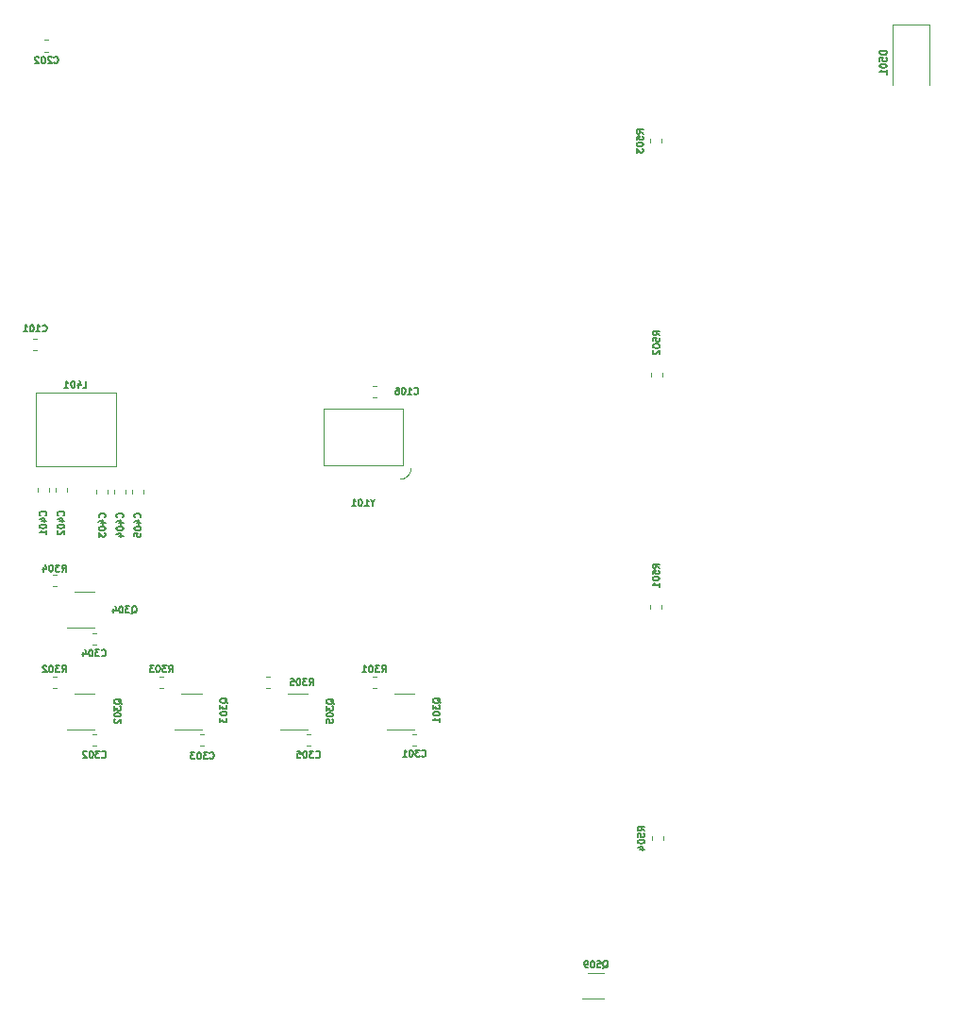
<source format=gbo>
%TF.GenerationSoftware,KiCad,Pcbnew,(5.1.5)-2*%
%TF.CreationDate,2019-12-28T19:20:09-08:00*%
%TF.ProjectId,20191222_Projects_Mainboard_A0,32303139-3132-4323-925f-50726f6a6563,A3*%
%TF.SameCoordinates,PX2191c00PY7534e20*%
%TF.FileFunction,Legend,Bot*%
%TF.FilePolarity,Positive*%
%FSLAX46Y46*%
G04 Gerber Fmt 4.6, Leading zero omitted, Abs format (unit mm)*
G04 Created by KiCad (PCBNEW (5.1.5)-2) date 2019-12-28 19:20:09*
%MOMM*%
%LPD*%
G04 APERTURE LIST*
%ADD10C,0.120000*%
%ADD11C,0.150000*%
G04 APERTURE END LIST*
D10*
X3946267Y37790000D02*
X3603733Y37790000D01*
X3946267Y38810000D02*
X3603733Y38810000D01*
X4628733Y65610000D02*
X4971267Y65610000D01*
X4628733Y64590000D02*
X4971267Y64590000D01*
X37971267Y3310000D02*
X37628733Y3310000D01*
X37971267Y2290000D02*
X37628733Y2290000D01*
X9271267Y2290000D02*
X8928733Y2290000D01*
X9271267Y3310000D02*
X8928733Y3310000D01*
X18871267Y3310000D02*
X18528733Y3310000D01*
X18871267Y2290000D02*
X18528733Y2290000D01*
X9271267Y11390000D02*
X8928733Y11390000D01*
X9271267Y12410000D02*
X8928733Y12410000D01*
X28471267Y3310000D02*
X28128733Y3310000D01*
X28471267Y2290000D02*
X28128733Y2290000D01*
X5010000Y25471267D02*
X5010000Y25128733D01*
X3990000Y25471267D02*
X3990000Y25128733D01*
X5590000Y25471267D02*
X5590000Y25128733D01*
X6610000Y25471267D02*
X6610000Y25128733D01*
X9290000Y25271267D02*
X9290000Y24928733D01*
X10310000Y25271267D02*
X10310000Y24928733D01*
X11910000Y25271267D02*
X11910000Y24928733D01*
X10890000Y25271267D02*
X10890000Y24928733D01*
X12490000Y25271267D02*
X12490000Y24928733D01*
X13510000Y25271267D02*
X13510000Y24928733D01*
X80750000Y67000000D02*
X80750000Y61600000D01*
X84050000Y67000000D02*
X84050000Y61600000D01*
X80750000Y67000000D02*
X84050000Y67000000D01*
X3800000Y27400000D02*
X11000000Y27400000D01*
X11000000Y27400000D02*
X11000000Y34000000D01*
X11000000Y34000000D02*
X3800000Y34000000D01*
X3800000Y34000000D02*
X3800000Y27500000D01*
X3800000Y27500000D02*
X3800000Y27400000D01*
X37800000Y3790000D02*
X35350000Y3790000D01*
X36000000Y7010000D02*
X37800000Y7010000D01*
X7300000Y7010000D02*
X9100000Y7010000D01*
X9100000Y3790000D02*
X6650000Y3790000D01*
X18700000Y3790000D02*
X16250000Y3790000D01*
X16900000Y7010000D02*
X18700000Y7010000D01*
X7300000Y16110000D02*
X9100000Y16110000D01*
X9100000Y12890000D02*
X6650000Y12890000D01*
X26450000Y7010000D02*
X28250000Y7010000D01*
X28250000Y3790000D02*
X25800000Y3790000D01*
X53400000Y-18090000D02*
X54800000Y-18090000D01*
X54800000Y-20410000D02*
X52900000Y-20410000D01*
X34371267Y8510000D02*
X34028733Y8510000D01*
X34371267Y7490000D02*
X34028733Y7490000D01*
X5671267Y8510000D02*
X5328733Y8510000D01*
X5671267Y7490000D02*
X5328733Y7490000D01*
X15271267Y7490000D02*
X14928733Y7490000D01*
X15271267Y8510000D02*
X14928733Y8510000D01*
X5671267Y17610000D02*
X5328733Y17610000D01*
X5671267Y16590000D02*
X5328733Y16590000D01*
X24871267Y8510000D02*
X24528733Y8510000D01*
X24871267Y7490000D02*
X24528733Y7490000D01*
X60010000Y14971267D02*
X60010000Y14628733D01*
X58990000Y14971267D02*
X58990000Y14628733D01*
X60060000Y35771267D02*
X60060000Y35428733D01*
X59040000Y35771267D02*
X59040000Y35428733D01*
X58990000Y56721267D02*
X58990000Y56378733D01*
X60010000Y56721267D02*
X60010000Y56378733D01*
X59090000Y-5828733D02*
X59090000Y-6171267D01*
X60110000Y-5828733D02*
X60110000Y-6171267D01*
X34396267Y34610000D02*
X34053733Y34610000D01*
X34396267Y33590000D02*
X34053733Y33590000D01*
X36756000Y32540000D02*
X36756000Y27460000D01*
X36756000Y27460000D02*
X29644000Y27460000D01*
X29644000Y27460000D02*
X29644000Y32540000D01*
X29644000Y32540000D02*
X36756000Y32540000D01*
X36502000Y26190000D02*
G75*
G03X37518000Y27206000I0J1016000D01*
G01*
D11*
X4446428Y39515715D02*
X4475000Y39487143D01*
X4560714Y39458572D01*
X4617857Y39458572D01*
X4703571Y39487143D01*
X4760714Y39544286D01*
X4789285Y39601429D01*
X4817857Y39715715D01*
X4817857Y39801429D01*
X4789285Y39915715D01*
X4760714Y39972858D01*
X4703571Y40030000D01*
X4617857Y40058572D01*
X4560714Y40058572D01*
X4475000Y40030000D01*
X4446428Y40001429D01*
X3875000Y39458572D02*
X4217857Y39458572D01*
X4046428Y39458572D02*
X4046428Y40058572D01*
X4103571Y39972858D01*
X4160714Y39915715D01*
X4217857Y39887143D01*
X3503571Y40058572D02*
X3446428Y40058572D01*
X3389285Y40030000D01*
X3360714Y40001429D01*
X3332142Y39944286D01*
X3303571Y39830000D01*
X3303571Y39687143D01*
X3332142Y39572858D01*
X3360714Y39515715D01*
X3389285Y39487143D01*
X3446428Y39458572D01*
X3503571Y39458572D01*
X3560714Y39487143D01*
X3589285Y39515715D01*
X3617857Y39572858D01*
X3646428Y39687143D01*
X3646428Y39830000D01*
X3617857Y39944286D01*
X3589285Y40001429D01*
X3560714Y40030000D01*
X3503571Y40058572D01*
X2732142Y39458572D02*
X3075000Y39458572D01*
X2903571Y39458572D02*
X2903571Y40058572D01*
X2960714Y39972858D01*
X3017857Y39915715D01*
X3075000Y39887143D01*
X5471428Y63585715D02*
X5500000Y63557143D01*
X5585714Y63528572D01*
X5642857Y63528572D01*
X5728571Y63557143D01*
X5785714Y63614286D01*
X5814285Y63671429D01*
X5842857Y63785715D01*
X5842857Y63871429D01*
X5814285Y63985715D01*
X5785714Y64042858D01*
X5728571Y64100000D01*
X5642857Y64128572D01*
X5585714Y64128572D01*
X5500000Y64100000D01*
X5471428Y64071429D01*
X5242857Y64071429D02*
X5214285Y64100000D01*
X5157142Y64128572D01*
X5014285Y64128572D01*
X4957142Y64100000D01*
X4928571Y64071429D01*
X4900000Y64014286D01*
X4900000Y63957143D01*
X4928571Y63871429D01*
X5271428Y63528572D01*
X4900000Y63528572D01*
X4528571Y64128572D02*
X4471428Y64128572D01*
X4414285Y64100000D01*
X4385714Y64071429D01*
X4357142Y64014286D01*
X4328571Y63900000D01*
X4328571Y63757143D01*
X4357142Y63642858D01*
X4385714Y63585715D01*
X4414285Y63557143D01*
X4471428Y63528572D01*
X4528571Y63528572D01*
X4585714Y63557143D01*
X4614285Y63585715D01*
X4642857Y63642858D01*
X4671428Y63757143D01*
X4671428Y63900000D01*
X4642857Y64014286D01*
X4614285Y64071429D01*
X4585714Y64100000D01*
X4528571Y64128572D01*
X4100000Y64071429D02*
X4071428Y64100000D01*
X4014285Y64128572D01*
X3871428Y64128572D01*
X3814285Y64100000D01*
X3785714Y64071429D01*
X3757142Y64014286D01*
X3757142Y63957143D01*
X3785714Y63871429D01*
X4128571Y63528572D01*
X3757142Y63528572D01*
X38471428Y1385715D02*
X38500000Y1357143D01*
X38585714Y1328572D01*
X38642857Y1328572D01*
X38728571Y1357143D01*
X38785714Y1414286D01*
X38814285Y1471429D01*
X38842857Y1585715D01*
X38842857Y1671429D01*
X38814285Y1785715D01*
X38785714Y1842858D01*
X38728571Y1900000D01*
X38642857Y1928572D01*
X38585714Y1928572D01*
X38500000Y1900000D01*
X38471428Y1871429D01*
X38271428Y1928572D02*
X37900000Y1928572D01*
X38100000Y1700000D01*
X38014285Y1700000D01*
X37957142Y1671429D01*
X37928571Y1642858D01*
X37900000Y1585715D01*
X37900000Y1442858D01*
X37928571Y1385715D01*
X37957142Y1357143D01*
X38014285Y1328572D01*
X38185714Y1328572D01*
X38242857Y1357143D01*
X38271428Y1385715D01*
X37528571Y1928572D02*
X37471428Y1928572D01*
X37414285Y1900000D01*
X37385714Y1871429D01*
X37357142Y1814286D01*
X37328571Y1700000D01*
X37328571Y1557143D01*
X37357142Y1442858D01*
X37385714Y1385715D01*
X37414285Y1357143D01*
X37471428Y1328572D01*
X37528571Y1328572D01*
X37585714Y1357143D01*
X37614285Y1385715D01*
X37642857Y1442858D01*
X37671428Y1557143D01*
X37671428Y1700000D01*
X37642857Y1814286D01*
X37614285Y1871429D01*
X37585714Y1900000D01*
X37528571Y1928572D01*
X36757142Y1328572D02*
X37100000Y1328572D01*
X36928571Y1328572D02*
X36928571Y1928572D01*
X36985714Y1842858D01*
X37042857Y1785715D01*
X37100000Y1757143D01*
X9771428Y1285715D02*
X9800000Y1257143D01*
X9885714Y1228572D01*
X9942857Y1228572D01*
X10028571Y1257143D01*
X10085714Y1314286D01*
X10114285Y1371429D01*
X10142857Y1485715D01*
X10142857Y1571429D01*
X10114285Y1685715D01*
X10085714Y1742858D01*
X10028571Y1800000D01*
X9942857Y1828572D01*
X9885714Y1828572D01*
X9800000Y1800000D01*
X9771428Y1771429D01*
X9571428Y1828572D02*
X9200000Y1828572D01*
X9400000Y1600000D01*
X9314285Y1600000D01*
X9257142Y1571429D01*
X9228571Y1542858D01*
X9200000Y1485715D01*
X9200000Y1342858D01*
X9228571Y1285715D01*
X9257142Y1257143D01*
X9314285Y1228572D01*
X9485714Y1228572D01*
X9542857Y1257143D01*
X9571428Y1285715D01*
X8828571Y1828572D02*
X8771428Y1828572D01*
X8714285Y1800000D01*
X8685714Y1771429D01*
X8657142Y1714286D01*
X8628571Y1600000D01*
X8628571Y1457143D01*
X8657142Y1342858D01*
X8685714Y1285715D01*
X8714285Y1257143D01*
X8771428Y1228572D01*
X8828571Y1228572D01*
X8885714Y1257143D01*
X8914285Y1285715D01*
X8942857Y1342858D01*
X8971428Y1457143D01*
X8971428Y1600000D01*
X8942857Y1714286D01*
X8914285Y1771429D01*
X8885714Y1800000D01*
X8828571Y1828572D01*
X8400000Y1771429D02*
X8371428Y1800000D01*
X8314285Y1828572D01*
X8171428Y1828572D01*
X8114285Y1800000D01*
X8085714Y1771429D01*
X8057142Y1714286D01*
X8057142Y1657143D01*
X8085714Y1571429D01*
X8428571Y1228572D01*
X8057142Y1228572D01*
X19446428Y1185715D02*
X19475000Y1157143D01*
X19560714Y1128572D01*
X19617857Y1128572D01*
X19703571Y1157143D01*
X19760714Y1214286D01*
X19789285Y1271429D01*
X19817857Y1385715D01*
X19817857Y1471429D01*
X19789285Y1585715D01*
X19760714Y1642858D01*
X19703571Y1700000D01*
X19617857Y1728572D01*
X19560714Y1728572D01*
X19475000Y1700000D01*
X19446428Y1671429D01*
X19246428Y1728572D02*
X18875000Y1728572D01*
X19075000Y1500000D01*
X18989285Y1500000D01*
X18932142Y1471429D01*
X18903571Y1442858D01*
X18875000Y1385715D01*
X18875000Y1242858D01*
X18903571Y1185715D01*
X18932142Y1157143D01*
X18989285Y1128572D01*
X19160714Y1128572D01*
X19217857Y1157143D01*
X19246428Y1185715D01*
X18503571Y1728572D02*
X18446428Y1728572D01*
X18389285Y1700000D01*
X18360714Y1671429D01*
X18332142Y1614286D01*
X18303571Y1500000D01*
X18303571Y1357143D01*
X18332142Y1242858D01*
X18360714Y1185715D01*
X18389285Y1157143D01*
X18446428Y1128572D01*
X18503571Y1128572D01*
X18560714Y1157143D01*
X18589285Y1185715D01*
X18617857Y1242858D01*
X18646428Y1357143D01*
X18646428Y1500000D01*
X18617857Y1614286D01*
X18589285Y1671429D01*
X18560714Y1700000D01*
X18503571Y1728572D01*
X18103571Y1728572D02*
X17732142Y1728572D01*
X17932142Y1500000D01*
X17846428Y1500000D01*
X17789285Y1471429D01*
X17760714Y1442858D01*
X17732142Y1385715D01*
X17732142Y1242858D01*
X17760714Y1185715D01*
X17789285Y1157143D01*
X17846428Y1128572D01*
X18017857Y1128572D01*
X18075000Y1157143D01*
X18103571Y1185715D01*
X9746428Y10385715D02*
X9775000Y10357143D01*
X9860714Y10328572D01*
X9917857Y10328572D01*
X10003571Y10357143D01*
X10060714Y10414286D01*
X10089285Y10471429D01*
X10117857Y10585715D01*
X10117857Y10671429D01*
X10089285Y10785715D01*
X10060714Y10842858D01*
X10003571Y10900000D01*
X9917857Y10928572D01*
X9860714Y10928572D01*
X9775000Y10900000D01*
X9746428Y10871429D01*
X9546428Y10928572D02*
X9175000Y10928572D01*
X9375000Y10700000D01*
X9289285Y10700000D01*
X9232142Y10671429D01*
X9203571Y10642858D01*
X9175000Y10585715D01*
X9175000Y10442858D01*
X9203571Y10385715D01*
X9232142Y10357143D01*
X9289285Y10328572D01*
X9460714Y10328572D01*
X9517857Y10357143D01*
X9546428Y10385715D01*
X8803571Y10928572D02*
X8746428Y10928572D01*
X8689285Y10900000D01*
X8660714Y10871429D01*
X8632142Y10814286D01*
X8603571Y10700000D01*
X8603571Y10557143D01*
X8632142Y10442858D01*
X8660714Y10385715D01*
X8689285Y10357143D01*
X8746428Y10328572D01*
X8803571Y10328572D01*
X8860714Y10357143D01*
X8889285Y10385715D01*
X8917857Y10442858D01*
X8946428Y10557143D01*
X8946428Y10700000D01*
X8917857Y10814286D01*
X8889285Y10871429D01*
X8860714Y10900000D01*
X8803571Y10928572D01*
X8089285Y10728572D02*
X8089285Y10328572D01*
X8232142Y10957143D02*
X8375000Y10528572D01*
X8003571Y10528572D01*
X28971428Y1285715D02*
X29000000Y1257143D01*
X29085714Y1228572D01*
X29142857Y1228572D01*
X29228571Y1257143D01*
X29285714Y1314286D01*
X29314285Y1371429D01*
X29342857Y1485715D01*
X29342857Y1571429D01*
X29314285Y1685715D01*
X29285714Y1742858D01*
X29228571Y1800000D01*
X29142857Y1828572D01*
X29085714Y1828572D01*
X29000000Y1800000D01*
X28971428Y1771429D01*
X28771428Y1828572D02*
X28400000Y1828572D01*
X28600000Y1600000D01*
X28514285Y1600000D01*
X28457142Y1571429D01*
X28428571Y1542858D01*
X28400000Y1485715D01*
X28400000Y1342858D01*
X28428571Y1285715D01*
X28457142Y1257143D01*
X28514285Y1228572D01*
X28685714Y1228572D01*
X28742857Y1257143D01*
X28771428Y1285715D01*
X28028571Y1828572D02*
X27971428Y1828572D01*
X27914285Y1800000D01*
X27885714Y1771429D01*
X27857142Y1714286D01*
X27828571Y1600000D01*
X27828571Y1457143D01*
X27857142Y1342858D01*
X27885714Y1285715D01*
X27914285Y1257143D01*
X27971428Y1228572D01*
X28028571Y1228572D01*
X28085714Y1257143D01*
X28114285Y1285715D01*
X28142857Y1342858D01*
X28171428Y1457143D01*
X28171428Y1600000D01*
X28142857Y1714286D01*
X28114285Y1771429D01*
X28085714Y1800000D01*
X28028571Y1828572D01*
X27285714Y1828572D02*
X27571428Y1828572D01*
X27600000Y1542858D01*
X27571428Y1571429D01*
X27514285Y1600000D01*
X27371428Y1600000D01*
X27314285Y1571429D01*
X27285714Y1542858D01*
X27257142Y1485715D01*
X27257142Y1342858D01*
X27285714Y1285715D01*
X27314285Y1257143D01*
X27371428Y1228572D01*
X27514285Y1228572D01*
X27571428Y1257143D01*
X27600000Y1285715D01*
X4714285Y22971429D02*
X4742857Y23000000D01*
X4771428Y23085715D01*
X4771428Y23142858D01*
X4742857Y23228572D01*
X4685714Y23285715D01*
X4628571Y23314286D01*
X4514285Y23342858D01*
X4428571Y23342858D01*
X4314285Y23314286D01*
X4257142Y23285715D01*
X4200000Y23228572D01*
X4171428Y23142858D01*
X4171428Y23085715D01*
X4200000Y23000000D01*
X4228571Y22971429D01*
X4371428Y22457143D02*
X4771428Y22457143D01*
X4142857Y22600000D02*
X4571428Y22742858D01*
X4571428Y22371429D01*
X4171428Y22028572D02*
X4171428Y21971429D01*
X4200000Y21914286D01*
X4228571Y21885715D01*
X4285714Y21857143D01*
X4400000Y21828572D01*
X4542857Y21828572D01*
X4657142Y21857143D01*
X4714285Y21885715D01*
X4742857Y21914286D01*
X4771428Y21971429D01*
X4771428Y22028572D01*
X4742857Y22085715D01*
X4714285Y22114286D01*
X4657142Y22142858D01*
X4542857Y22171429D01*
X4400000Y22171429D01*
X4285714Y22142858D01*
X4228571Y22114286D01*
X4200000Y22085715D01*
X4171428Y22028572D01*
X4771428Y21257143D02*
X4771428Y21600000D01*
X4771428Y21428572D02*
X4171428Y21428572D01*
X4257142Y21485715D01*
X4314285Y21542858D01*
X4342857Y21600000D01*
X6314285Y22971429D02*
X6342857Y23000000D01*
X6371428Y23085715D01*
X6371428Y23142858D01*
X6342857Y23228572D01*
X6285714Y23285715D01*
X6228571Y23314286D01*
X6114285Y23342858D01*
X6028571Y23342858D01*
X5914285Y23314286D01*
X5857142Y23285715D01*
X5800000Y23228572D01*
X5771428Y23142858D01*
X5771428Y23085715D01*
X5800000Y23000000D01*
X5828571Y22971429D01*
X5971428Y22457143D02*
X6371428Y22457143D01*
X5742857Y22600000D02*
X6171428Y22742858D01*
X6171428Y22371429D01*
X5771428Y22028572D02*
X5771428Y21971429D01*
X5800000Y21914286D01*
X5828571Y21885715D01*
X5885714Y21857143D01*
X6000000Y21828572D01*
X6142857Y21828572D01*
X6257142Y21857143D01*
X6314285Y21885715D01*
X6342857Y21914286D01*
X6371428Y21971429D01*
X6371428Y22028572D01*
X6342857Y22085715D01*
X6314285Y22114286D01*
X6257142Y22142858D01*
X6142857Y22171429D01*
X6000000Y22171429D01*
X5885714Y22142858D01*
X5828571Y22114286D01*
X5800000Y22085715D01*
X5771428Y22028572D01*
X5828571Y21600000D02*
X5800000Y21571429D01*
X5771428Y21514286D01*
X5771428Y21371429D01*
X5800000Y21314286D01*
X5828571Y21285715D01*
X5885714Y21257143D01*
X5942857Y21257143D01*
X6028571Y21285715D01*
X6371428Y21628572D01*
X6371428Y21257143D01*
X10014285Y22771429D02*
X10042857Y22800000D01*
X10071428Y22885715D01*
X10071428Y22942858D01*
X10042857Y23028572D01*
X9985714Y23085715D01*
X9928571Y23114286D01*
X9814285Y23142858D01*
X9728571Y23142858D01*
X9614285Y23114286D01*
X9557142Y23085715D01*
X9500000Y23028572D01*
X9471428Y22942858D01*
X9471428Y22885715D01*
X9500000Y22800000D01*
X9528571Y22771429D01*
X9671428Y22257143D02*
X10071428Y22257143D01*
X9442857Y22400000D02*
X9871428Y22542858D01*
X9871428Y22171429D01*
X9471428Y21828572D02*
X9471428Y21771429D01*
X9500000Y21714286D01*
X9528571Y21685715D01*
X9585714Y21657143D01*
X9700000Y21628572D01*
X9842857Y21628572D01*
X9957142Y21657143D01*
X10014285Y21685715D01*
X10042857Y21714286D01*
X10071428Y21771429D01*
X10071428Y21828572D01*
X10042857Y21885715D01*
X10014285Y21914286D01*
X9957142Y21942858D01*
X9842857Y21971429D01*
X9700000Y21971429D01*
X9585714Y21942858D01*
X9528571Y21914286D01*
X9500000Y21885715D01*
X9471428Y21828572D01*
X9471428Y21428572D02*
X9471428Y21057143D01*
X9700000Y21257143D01*
X9700000Y21171429D01*
X9728571Y21114286D01*
X9757142Y21085715D01*
X9814285Y21057143D01*
X9957142Y21057143D01*
X10014285Y21085715D01*
X10042857Y21114286D01*
X10071428Y21171429D01*
X10071428Y21342858D01*
X10042857Y21400000D01*
X10014285Y21428572D01*
X11614285Y22771429D02*
X11642857Y22800000D01*
X11671428Y22885715D01*
X11671428Y22942858D01*
X11642857Y23028572D01*
X11585714Y23085715D01*
X11528571Y23114286D01*
X11414285Y23142858D01*
X11328571Y23142858D01*
X11214285Y23114286D01*
X11157142Y23085715D01*
X11100000Y23028572D01*
X11071428Y22942858D01*
X11071428Y22885715D01*
X11100000Y22800000D01*
X11128571Y22771429D01*
X11271428Y22257143D02*
X11671428Y22257143D01*
X11042857Y22400000D02*
X11471428Y22542858D01*
X11471428Y22171429D01*
X11071428Y21828572D02*
X11071428Y21771429D01*
X11100000Y21714286D01*
X11128571Y21685715D01*
X11185714Y21657143D01*
X11300000Y21628572D01*
X11442857Y21628572D01*
X11557142Y21657143D01*
X11614285Y21685715D01*
X11642857Y21714286D01*
X11671428Y21771429D01*
X11671428Y21828572D01*
X11642857Y21885715D01*
X11614285Y21914286D01*
X11557142Y21942858D01*
X11442857Y21971429D01*
X11300000Y21971429D01*
X11185714Y21942858D01*
X11128571Y21914286D01*
X11100000Y21885715D01*
X11071428Y21828572D01*
X11271428Y21114286D02*
X11671428Y21114286D01*
X11042857Y21257143D02*
X11471428Y21400000D01*
X11471428Y21028572D01*
X13214285Y22771429D02*
X13242857Y22800000D01*
X13271428Y22885715D01*
X13271428Y22942858D01*
X13242857Y23028572D01*
X13185714Y23085715D01*
X13128571Y23114286D01*
X13014285Y23142858D01*
X12928571Y23142858D01*
X12814285Y23114286D01*
X12757142Y23085715D01*
X12700000Y23028572D01*
X12671428Y22942858D01*
X12671428Y22885715D01*
X12700000Y22800000D01*
X12728571Y22771429D01*
X12871428Y22257143D02*
X13271428Y22257143D01*
X12642857Y22400000D02*
X13071428Y22542858D01*
X13071428Y22171429D01*
X12671428Y21828572D02*
X12671428Y21771429D01*
X12700000Y21714286D01*
X12728571Y21685715D01*
X12785714Y21657143D01*
X12900000Y21628572D01*
X13042857Y21628572D01*
X13157142Y21657143D01*
X13214285Y21685715D01*
X13242857Y21714286D01*
X13271428Y21771429D01*
X13271428Y21828572D01*
X13242857Y21885715D01*
X13214285Y21914286D01*
X13157142Y21942858D01*
X13042857Y21971429D01*
X12900000Y21971429D01*
X12785714Y21942858D01*
X12728571Y21914286D01*
X12700000Y21885715D01*
X12671428Y21828572D01*
X12671428Y21085715D02*
X12671428Y21371429D01*
X12957142Y21400000D01*
X12928571Y21371429D01*
X12900000Y21314286D01*
X12900000Y21171429D01*
X12928571Y21114286D01*
X12957142Y21085715D01*
X13014285Y21057143D01*
X13157142Y21057143D01*
X13214285Y21085715D01*
X13242857Y21114286D01*
X13271428Y21171429D01*
X13271428Y21314286D01*
X13242857Y21371429D01*
X13214285Y21400000D01*
X80171428Y64614286D02*
X79571428Y64614286D01*
X79571428Y64471429D01*
X79600000Y64385715D01*
X79657142Y64328572D01*
X79714285Y64300000D01*
X79828571Y64271429D01*
X79914285Y64271429D01*
X80028571Y64300000D01*
X80085714Y64328572D01*
X80142857Y64385715D01*
X80171428Y64471429D01*
X80171428Y64614286D01*
X79571428Y63728572D02*
X79571428Y64014286D01*
X79857142Y64042858D01*
X79828571Y64014286D01*
X79800000Y63957143D01*
X79800000Y63814286D01*
X79828571Y63757143D01*
X79857142Y63728572D01*
X79914285Y63700000D01*
X80057142Y63700000D01*
X80114285Y63728572D01*
X80142857Y63757143D01*
X80171428Y63814286D01*
X80171428Y63957143D01*
X80142857Y64014286D01*
X80114285Y64042858D01*
X79571428Y63328572D02*
X79571428Y63271429D01*
X79600000Y63214286D01*
X79628571Y63185715D01*
X79685714Y63157143D01*
X79800000Y63128572D01*
X79942857Y63128572D01*
X80057142Y63157143D01*
X80114285Y63185715D01*
X80142857Y63214286D01*
X80171428Y63271429D01*
X80171428Y63328572D01*
X80142857Y63385715D01*
X80114285Y63414286D01*
X80057142Y63442858D01*
X79942857Y63471429D01*
X79800000Y63471429D01*
X79685714Y63442858D01*
X79628571Y63414286D01*
X79600000Y63385715D01*
X79571428Y63328572D01*
X80171428Y62557143D02*
X80171428Y62900000D01*
X80171428Y62728572D02*
X79571428Y62728572D01*
X79657142Y62785715D01*
X79714285Y62842858D01*
X79742857Y62900000D01*
X8071428Y34428572D02*
X8357142Y34428572D01*
X8357142Y35028572D01*
X7614285Y34828572D02*
X7614285Y34428572D01*
X7757142Y35057143D02*
X7900000Y34628572D01*
X7528571Y34628572D01*
X7185714Y35028572D02*
X7128571Y35028572D01*
X7071428Y35000000D01*
X7042857Y34971429D01*
X7014285Y34914286D01*
X6985714Y34800000D01*
X6985714Y34657143D01*
X7014285Y34542858D01*
X7042857Y34485715D01*
X7071428Y34457143D01*
X7128571Y34428572D01*
X7185714Y34428572D01*
X7242857Y34457143D01*
X7271428Y34485715D01*
X7300000Y34542858D01*
X7328571Y34657143D01*
X7328571Y34800000D01*
X7300000Y34914286D01*
X7271428Y34971429D01*
X7242857Y35000000D01*
X7185714Y35028572D01*
X6414285Y34428572D02*
X6757142Y34428572D01*
X6585714Y34428572D02*
X6585714Y35028572D01*
X6642857Y34942858D01*
X6700000Y34885715D01*
X6757142Y34857143D01*
X40128571Y6128572D02*
X40100000Y6185715D01*
X40042857Y6242858D01*
X39957142Y6328572D01*
X39928571Y6385715D01*
X39928571Y6442858D01*
X40071428Y6414286D02*
X40042857Y6471429D01*
X39985714Y6528572D01*
X39871428Y6557143D01*
X39671428Y6557143D01*
X39557142Y6528572D01*
X39500000Y6471429D01*
X39471428Y6414286D01*
X39471428Y6300000D01*
X39500000Y6242858D01*
X39557142Y6185715D01*
X39671428Y6157143D01*
X39871428Y6157143D01*
X39985714Y6185715D01*
X40042857Y6242858D01*
X40071428Y6300000D01*
X40071428Y6414286D01*
X39471428Y5957143D02*
X39471428Y5585715D01*
X39700000Y5785715D01*
X39700000Y5700000D01*
X39728571Y5642858D01*
X39757142Y5614286D01*
X39814285Y5585715D01*
X39957142Y5585715D01*
X40014285Y5614286D01*
X40042857Y5642858D01*
X40071428Y5700000D01*
X40071428Y5871429D01*
X40042857Y5928572D01*
X40014285Y5957143D01*
X39471428Y5214286D02*
X39471428Y5157143D01*
X39500000Y5100000D01*
X39528571Y5071429D01*
X39585714Y5042858D01*
X39700000Y5014286D01*
X39842857Y5014286D01*
X39957142Y5042858D01*
X40014285Y5071429D01*
X40042857Y5100000D01*
X40071428Y5157143D01*
X40071428Y5214286D01*
X40042857Y5271429D01*
X40014285Y5300000D01*
X39957142Y5328572D01*
X39842857Y5357143D01*
X39700000Y5357143D01*
X39585714Y5328572D01*
X39528571Y5300000D01*
X39500000Y5271429D01*
X39471428Y5214286D01*
X40071428Y4442858D02*
X40071428Y4785715D01*
X40071428Y4614286D02*
X39471428Y4614286D01*
X39557142Y4671429D01*
X39614285Y4728572D01*
X39642857Y4785715D01*
X11528571Y6028572D02*
X11500000Y6085715D01*
X11442857Y6142858D01*
X11357142Y6228572D01*
X11328571Y6285715D01*
X11328571Y6342858D01*
X11471428Y6314286D02*
X11442857Y6371429D01*
X11385714Y6428572D01*
X11271428Y6457143D01*
X11071428Y6457143D01*
X10957142Y6428572D01*
X10900000Y6371429D01*
X10871428Y6314286D01*
X10871428Y6200000D01*
X10900000Y6142858D01*
X10957142Y6085715D01*
X11071428Y6057143D01*
X11271428Y6057143D01*
X11385714Y6085715D01*
X11442857Y6142858D01*
X11471428Y6200000D01*
X11471428Y6314286D01*
X10871428Y5857143D02*
X10871428Y5485715D01*
X11100000Y5685715D01*
X11100000Y5600000D01*
X11128571Y5542858D01*
X11157142Y5514286D01*
X11214285Y5485715D01*
X11357142Y5485715D01*
X11414285Y5514286D01*
X11442857Y5542858D01*
X11471428Y5600000D01*
X11471428Y5771429D01*
X11442857Y5828572D01*
X11414285Y5857143D01*
X10871428Y5114286D02*
X10871428Y5057143D01*
X10900000Y5000000D01*
X10928571Y4971429D01*
X10985714Y4942858D01*
X11100000Y4914286D01*
X11242857Y4914286D01*
X11357142Y4942858D01*
X11414285Y4971429D01*
X11442857Y5000000D01*
X11471428Y5057143D01*
X11471428Y5114286D01*
X11442857Y5171429D01*
X11414285Y5200000D01*
X11357142Y5228572D01*
X11242857Y5257143D01*
X11100000Y5257143D01*
X10985714Y5228572D01*
X10928571Y5200000D01*
X10900000Y5171429D01*
X10871428Y5114286D01*
X10928571Y4685715D02*
X10900000Y4657143D01*
X10871428Y4600000D01*
X10871428Y4457143D01*
X10900000Y4400000D01*
X10928571Y4371429D01*
X10985714Y4342858D01*
X11042857Y4342858D01*
X11128571Y4371429D01*
X11471428Y4714286D01*
X11471428Y4342858D01*
X21028571Y6128572D02*
X21000000Y6185715D01*
X20942857Y6242858D01*
X20857142Y6328572D01*
X20828571Y6385715D01*
X20828571Y6442858D01*
X20971428Y6414286D02*
X20942857Y6471429D01*
X20885714Y6528572D01*
X20771428Y6557143D01*
X20571428Y6557143D01*
X20457142Y6528572D01*
X20400000Y6471429D01*
X20371428Y6414286D01*
X20371428Y6300000D01*
X20400000Y6242858D01*
X20457142Y6185715D01*
X20571428Y6157143D01*
X20771428Y6157143D01*
X20885714Y6185715D01*
X20942857Y6242858D01*
X20971428Y6300000D01*
X20971428Y6414286D01*
X20371428Y5957143D02*
X20371428Y5585715D01*
X20600000Y5785715D01*
X20600000Y5700000D01*
X20628571Y5642858D01*
X20657142Y5614286D01*
X20714285Y5585715D01*
X20857142Y5585715D01*
X20914285Y5614286D01*
X20942857Y5642858D01*
X20971428Y5700000D01*
X20971428Y5871429D01*
X20942857Y5928572D01*
X20914285Y5957143D01*
X20371428Y5214286D02*
X20371428Y5157143D01*
X20400000Y5100000D01*
X20428571Y5071429D01*
X20485714Y5042858D01*
X20600000Y5014286D01*
X20742857Y5014286D01*
X20857142Y5042858D01*
X20914285Y5071429D01*
X20942857Y5100000D01*
X20971428Y5157143D01*
X20971428Y5214286D01*
X20942857Y5271429D01*
X20914285Y5300000D01*
X20857142Y5328572D01*
X20742857Y5357143D01*
X20600000Y5357143D01*
X20485714Y5328572D01*
X20428571Y5300000D01*
X20400000Y5271429D01*
X20371428Y5214286D01*
X20371428Y4814286D02*
X20371428Y4442858D01*
X20600000Y4642858D01*
X20600000Y4557143D01*
X20628571Y4500000D01*
X20657142Y4471429D01*
X20714285Y4442858D01*
X20857142Y4442858D01*
X20914285Y4471429D01*
X20942857Y4500000D01*
X20971428Y4557143D01*
X20971428Y4728572D01*
X20942857Y4785715D01*
X20914285Y4814286D01*
X12428571Y14171429D02*
X12485714Y14200000D01*
X12542857Y14257143D01*
X12628571Y14342858D01*
X12685714Y14371429D01*
X12742857Y14371429D01*
X12714285Y14228572D02*
X12771428Y14257143D01*
X12828571Y14314286D01*
X12857142Y14428572D01*
X12857142Y14628572D01*
X12828571Y14742858D01*
X12771428Y14800000D01*
X12714285Y14828572D01*
X12600000Y14828572D01*
X12542857Y14800000D01*
X12485714Y14742858D01*
X12457142Y14628572D01*
X12457142Y14428572D01*
X12485714Y14314286D01*
X12542857Y14257143D01*
X12600000Y14228572D01*
X12714285Y14228572D01*
X12257142Y14828572D02*
X11885714Y14828572D01*
X12085714Y14600000D01*
X12000000Y14600000D01*
X11942857Y14571429D01*
X11914285Y14542858D01*
X11885714Y14485715D01*
X11885714Y14342858D01*
X11914285Y14285715D01*
X11942857Y14257143D01*
X12000000Y14228572D01*
X12171428Y14228572D01*
X12228571Y14257143D01*
X12257142Y14285715D01*
X11514285Y14828572D02*
X11457142Y14828572D01*
X11400000Y14800000D01*
X11371428Y14771429D01*
X11342857Y14714286D01*
X11314285Y14600000D01*
X11314285Y14457143D01*
X11342857Y14342858D01*
X11371428Y14285715D01*
X11400000Y14257143D01*
X11457142Y14228572D01*
X11514285Y14228572D01*
X11571428Y14257143D01*
X11600000Y14285715D01*
X11628571Y14342858D01*
X11657142Y14457143D01*
X11657142Y14600000D01*
X11628571Y14714286D01*
X11600000Y14771429D01*
X11571428Y14800000D01*
X11514285Y14828572D01*
X10800000Y14628572D02*
X10800000Y14228572D01*
X10942857Y14857143D02*
X11085714Y14428572D01*
X10714285Y14428572D01*
X30578571Y6028572D02*
X30550000Y6085715D01*
X30492857Y6142858D01*
X30407142Y6228572D01*
X30378571Y6285715D01*
X30378571Y6342858D01*
X30521428Y6314286D02*
X30492857Y6371429D01*
X30435714Y6428572D01*
X30321428Y6457143D01*
X30121428Y6457143D01*
X30007142Y6428572D01*
X29950000Y6371429D01*
X29921428Y6314286D01*
X29921428Y6200000D01*
X29950000Y6142858D01*
X30007142Y6085715D01*
X30121428Y6057143D01*
X30321428Y6057143D01*
X30435714Y6085715D01*
X30492857Y6142858D01*
X30521428Y6200000D01*
X30521428Y6314286D01*
X29921428Y5857143D02*
X29921428Y5485715D01*
X30150000Y5685715D01*
X30150000Y5600000D01*
X30178571Y5542858D01*
X30207142Y5514286D01*
X30264285Y5485715D01*
X30407142Y5485715D01*
X30464285Y5514286D01*
X30492857Y5542858D01*
X30521428Y5600000D01*
X30521428Y5771429D01*
X30492857Y5828572D01*
X30464285Y5857143D01*
X29921428Y5114286D02*
X29921428Y5057143D01*
X29950000Y5000000D01*
X29978571Y4971429D01*
X30035714Y4942858D01*
X30150000Y4914286D01*
X30292857Y4914286D01*
X30407142Y4942858D01*
X30464285Y4971429D01*
X30492857Y5000000D01*
X30521428Y5057143D01*
X30521428Y5114286D01*
X30492857Y5171429D01*
X30464285Y5200000D01*
X30407142Y5228572D01*
X30292857Y5257143D01*
X30150000Y5257143D01*
X30035714Y5228572D01*
X29978571Y5200000D01*
X29950000Y5171429D01*
X29921428Y5114286D01*
X29921428Y4371429D02*
X29921428Y4657143D01*
X30207142Y4685715D01*
X30178571Y4657143D01*
X30150000Y4600000D01*
X30150000Y4457143D01*
X30178571Y4400000D01*
X30207142Y4371429D01*
X30264285Y4342858D01*
X30407142Y4342858D01*
X30464285Y4371429D01*
X30492857Y4400000D01*
X30521428Y4457143D01*
X30521428Y4600000D01*
X30492857Y4657143D01*
X30464285Y4685715D01*
X54728571Y-17628571D02*
X54785714Y-17600000D01*
X54842857Y-17542857D01*
X54928571Y-17457142D01*
X54985714Y-17428571D01*
X55042857Y-17428571D01*
X55014285Y-17571428D02*
X55071428Y-17542857D01*
X55128571Y-17485714D01*
X55157142Y-17371428D01*
X55157142Y-17171428D01*
X55128571Y-17057142D01*
X55071428Y-17000000D01*
X55014285Y-16971428D01*
X54900000Y-16971428D01*
X54842857Y-17000000D01*
X54785714Y-17057142D01*
X54757142Y-17171428D01*
X54757142Y-17371428D01*
X54785714Y-17485714D01*
X54842857Y-17542857D01*
X54900000Y-17571428D01*
X55014285Y-17571428D01*
X54214285Y-16971428D02*
X54500000Y-16971428D01*
X54528571Y-17257142D01*
X54500000Y-17228571D01*
X54442857Y-17200000D01*
X54300000Y-17200000D01*
X54242857Y-17228571D01*
X54214285Y-17257142D01*
X54185714Y-17314285D01*
X54185714Y-17457142D01*
X54214285Y-17514285D01*
X54242857Y-17542857D01*
X54300000Y-17571428D01*
X54442857Y-17571428D01*
X54500000Y-17542857D01*
X54528571Y-17514285D01*
X53814285Y-16971428D02*
X53757142Y-16971428D01*
X53700000Y-17000000D01*
X53671428Y-17028571D01*
X53642857Y-17085714D01*
X53614285Y-17200000D01*
X53614285Y-17342857D01*
X53642857Y-17457142D01*
X53671428Y-17514285D01*
X53700000Y-17542857D01*
X53757142Y-17571428D01*
X53814285Y-17571428D01*
X53871428Y-17542857D01*
X53900000Y-17514285D01*
X53928571Y-17457142D01*
X53957142Y-17342857D01*
X53957142Y-17200000D01*
X53928571Y-17085714D01*
X53900000Y-17028571D01*
X53871428Y-17000000D01*
X53814285Y-16971428D01*
X53328571Y-17571428D02*
X53214285Y-17571428D01*
X53157142Y-17542857D01*
X53128571Y-17514285D01*
X53071428Y-17428571D01*
X53042857Y-17314285D01*
X53042857Y-17085714D01*
X53071428Y-17028571D01*
X53100000Y-17000000D01*
X53157142Y-16971428D01*
X53271428Y-16971428D01*
X53328571Y-17000000D01*
X53357142Y-17028571D01*
X53385714Y-17085714D01*
X53385714Y-17228571D01*
X53357142Y-17285714D01*
X53328571Y-17314285D01*
X53271428Y-17342857D01*
X53157142Y-17342857D01*
X53100000Y-17314285D01*
X53071428Y-17285714D01*
X53042857Y-17228571D01*
X34871428Y8928572D02*
X35071428Y9214286D01*
X35214285Y8928572D02*
X35214285Y9528572D01*
X34985714Y9528572D01*
X34928571Y9500000D01*
X34900000Y9471429D01*
X34871428Y9414286D01*
X34871428Y9328572D01*
X34900000Y9271429D01*
X34928571Y9242858D01*
X34985714Y9214286D01*
X35214285Y9214286D01*
X34671428Y9528572D02*
X34300000Y9528572D01*
X34500000Y9300000D01*
X34414285Y9300000D01*
X34357142Y9271429D01*
X34328571Y9242858D01*
X34300000Y9185715D01*
X34300000Y9042858D01*
X34328571Y8985715D01*
X34357142Y8957143D01*
X34414285Y8928572D01*
X34585714Y8928572D01*
X34642857Y8957143D01*
X34671428Y8985715D01*
X33928571Y9528572D02*
X33871428Y9528572D01*
X33814285Y9500000D01*
X33785714Y9471429D01*
X33757142Y9414286D01*
X33728571Y9300000D01*
X33728571Y9157143D01*
X33757142Y9042858D01*
X33785714Y8985715D01*
X33814285Y8957143D01*
X33871428Y8928572D01*
X33928571Y8928572D01*
X33985714Y8957143D01*
X34014285Y8985715D01*
X34042857Y9042858D01*
X34071428Y9157143D01*
X34071428Y9300000D01*
X34042857Y9414286D01*
X34014285Y9471429D01*
X33985714Y9500000D01*
X33928571Y9528572D01*
X33157142Y8928572D02*
X33500000Y8928572D01*
X33328571Y8928572D02*
X33328571Y9528572D01*
X33385714Y9442858D01*
X33442857Y9385715D01*
X33500000Y9357143D01*
X6171428Y8928572D02*
X6371428Y9214286D01*
X6514285Y8928572D02*
X6514285Y9528572D01*
X6285714Y9528572D01*
X6228571Y9500000D01*
X6200000Y9471429D01*
X6171428Y9414286D01*
X6171428Y9328572D01*
X6200000Y9271429D01*
X6228571Y9242858D01*
X6285714Y9214286D01*
X6514285Y9214286D01*
X5971428Y9528572D02*
X5600000Y9528572D01*
X5800000Y9300000D01*
X5714285Y9300000D01*
X5657142Y9271429D01*
X5628571Y9242858D01*
X5600000Y9185715D01*
X5600000Y9042858D01*
X5628571Y8985715D01*
X5657142Y8957143D01*
X5714285Y8928572D01*
X5885714Y8928572D01*
X5942857Y8957143D01*
X5971428Y8985715D01*
X5228571Y9528572D02*
X5171428Y9528572D01*
X5114285Y9500000D01*
X5085714Y9471429D01*
X5057142Y9414286D01*
X5028571Y9300000D01*
X5028571Y9157143D01*
X5057142Y9042858D01*
X5085714Y8985715D01*
X5114285Y8957143D01*
X5171428Y8928572D01*
X5228571Y8928572D01*
X5285714Y8957143D01*
X5314285Y8985715D01*
X5342857Y9042858D01*
X5371428Y9157143D01*
X5371428Y9300000D01*
X5342857Y9414286D01*
X5314285Y9471429D01*
X5285714Y9500000D01*
X5228571Y9528572D01*
X4800000Y9471429D02*
X4771428Y9500000D01*
X4714285Y9528572D01*
X4571428Y9528572D01*
X4514285Y9500000D01*
X4485714Y9471429D01*
X4457142Y9414286D01*
X4457142Y9357143D01*
X4485714Y9271429D01*
X4828571Y8928572D01*
X4457142Y8928572D01*
X15771428Y8928572D02*
X15971428Y9214286D01*
X16114285Y8928572D02*
X16114285Y9528572D01*
X15885714Y9528572D01*
X15828571Y9500000D01*
X15800000Y9471429D01*
X15771428Y9414286D01*
X15771428Y9328572D01*
X15800000Y9271429D01*
X15828571Y9242858D01*
X15885714Y9214286D01*
X16114285Y9214286D01*
X15571428Y9528572D02*
X15200000Y9528572D01*
X15400000Y9300000D01*
X15314285Y9300000D01*
X15257142Y9271429D01*
X15228571Y9242858D01*
X15200000Y9185715D01*
X15200000Y9042858D01*
X15228571Y8985715D01*
X15257142Y8957143D01*
X15314285Y8928572D01*
X15485714Y8928572D01*
X15542857Y8957143D01*
X15571428Y8985715D01*
X14828571Y9528572D02*
X14771428Y9528572D01*
X14714285Y9500000D01*
X14685714Y9471429D01*
X14657142Y9414286D01*
X14628571Y9300000D01*
X14628571Y9157143D01*
X14657142Y9042858D01*
X14685714Y8985715D01*
X14714285Y8957143D01*
X14771428Y8928572D01*
X14828571Y8928572D01*
X14885714Y8957143D01*
X14914285Y8985715D01*
X14942857Y9042858D01*
X14971428Y9157143D01*
X14971428Y9300000D01*
X14942857Y9414286D01*
X14914285Y9471429D01*
X14885714Y9500000D01*
X14828571Y9528572D01*
X14428571Y9528572D02*
X14057142Y9528572D01*
X14257142Y9300000D01*
X14171428Y9300000D01*
X14114285Y9271429D01*
X14085714Y9242858D01*
X14057142Y9185715D01*
X14057142Y9042858D01*
X14085714Y8985715D01*
X14114285Y8957143D01*
X14171428Y8928572D01*
X14342857Y8928572D01*
X14400000Y8957143D01*
X14428571Y8985715D01*
X6171428Y17928572D02*
X6371428Y18214286D01*
X6514285Y17928572D02*
X6514285Y18528572D01*
X6285714Y18528572D01*
X6228571Y18500000D01*
X6200000Y18471429D01*
X6171428Y18414286D01*
X6171428Y18328572D01*
X6200000Y18271429D01*
X6228571Y18242858D01*
X6285714Y18214286D01*
X6514285Y18214286D01*
X5971428Y18528572D02*
X5600000Y18528572D01*
X5800000Y18300000D01*
X5714285Y18300000D01*
X5657142Y18271429D01*
X5628571Y18242858D01*
X5600000Y18185715D01*
X5600000Y18042858D01*
X5628571Y17985715D01*
X5657142Y17957143D01*
X5714285Y17928572D01*
X5885714Y17928572D01*
X5942857Y17957143D01*
X5971428Y17985715D01*
X5228571Y18528572D02*
X5171428Y18528572D01*
X5114285Y18500000D01*
X5085714Y18471429D01*
X5057142Y18414286D01*
X5028571Y18300000D01*
X5028571Y18157143D01*
X5057142Y18042858D01*
X5085714Y17985715D01*
X5114285Y17957143D01*
X5171428Y17928572D01*
X5228571Y17928572D01*
X5285714Y17957143D01*
X5314285Y17985715D01*
X5342857Y18042858D01*
X5371428Y18157143D01*
X5371428Y18300000D01*
X5342857Y18414286D01*
X5314285Y18471429D01*
X5285714Y18500000D01*
X5228571Y18528572D01*
X4514285Y18328572D02*
X4514285Y17928572D01*
X4657142Y18557143D02*
X4800000Y18128572D01*
X4428571Y18128572D01*
X28371428Y7728572D02*
X28571428Y8014286D01*
X28714285Y7728572D02*
X28714285Y8328572D01*
X28485714Y8328572D01*
X28428571Y8300000D01*
X28400000Y8271429D01*
X28371428Y8214286D01*
X28371428Y8128572D01*
X28400000Y8071429D01*
X28428571Y8042858D01*
X28485714Y8014286D01*
X28714285Y8014286D01*
X28171428Y8328572D02*
X27800000Y8328572D01*
X28000000Y8100000D01*
X27914285Y8100000D01*
X27857142Y8071429D01*
X27828571Y8042858D01*
X27800000Y7985715D01*
X27800000Y7842858D01*
X27828571Y7785715D01*
X27857142Y7757143D01*
X27914285Y7728572D01*
X28085714Y7728572D01*
X28142857Y7757143D01*
X28171428Y7785715D01*
X27428571Y8328572D02*
X27371428Y8328572D01*
X27314285Y8300000D01*
X27285714Y8271429D01*
X27257142Y8214286D01*
X27228571Y8100000D01*
X27228571Y7957143D01*
X27257142Y7842858D01*
X27285714Y7785715D01*
X27314285Y7757143D01*
X27371428Y7728572D01*
X27428571Y7728572D01*
X27485714Y7757143D01*
X27514285Y7785715D01*
X27542857Y7842858D01*
X27571428Y7957143D01*
X27571428Y8100000D01*
X27542857Y8214286D01*
X27514285Y8271429D01*
X27485714Y8300000D01*
X27428571Y8328572D01*
X26685714Y8328572D02*
X26971428Y8328572D01*
X27000000Y8042858D01*
X26971428Y8071429D01*
X26914285Y8100000D01*
X26771428Y8100000D01*
X26714285Y8071429D01*
X26685714Y8042858D01*
X26657142Y7985715D01*
X26657142Y7842858D01*
X26685714Y7785715D01*
X26714285Y7757143D01*
X26771428Y7728572D01*
X26914285Y7728572D01*
X26971428Y7757143D01*
X27000000Y7785715D01*
X59771428Y18271429D02*
X59485714Y18471429D01*
X59771428Y18614286D02*
X59171428Y18614286D01*
X59171428Y18385715D01*
X59200000Y18328572D01*
X59228571Y18300000D01*
X59285714Y18271429D01*
X59371428Y18271429D01*
X59428571Y18300000D01*
X59457142Y18328572D01*
X59485714Y18385715D01*
X59485714Y18614286D01*
X59171428Y17728572D02*
X59171428Y18014286D01*
X59457142Y18042858D01*
X59428571Y18014286D01*
X59400000Y17957143D01*
X59400000Y17814286D01*
X59428571Y17757143D01*
X59457142Y17728572D01*
X59514285Y17700000D01*
X59657142Y17700000D01*
X59714285Y17728572D01*
X59742857Y17757143D01*
X59771428Y17814286D01*
X59771428Y17957143D01*
X59742857Y18014286D01*
X59714285Y18042858D01*
X59171428Y17328572D02*
X59171428Y17271429D01*
X59200000Y17214286D01*
X59228571Y17185715D01*
X59285714Y17157143D01*
X59400000Y17128572D01*
X59542857Y17128572D01*
X59657142Y17157143D01*
X59714285Y17185715D01*
X59742857Y17214286D01*
X59771428Y17271429D01*
X59771428Y17328572D01*
X59742857Y17385715D01*
X59714285Y17414286D01*
X59657142Y17442858D01*
X59542857Y17471429D01*
X59400000Y17471429D01*
X59285714Y17442858D01*
X59228571Y17414286D01*
X59200000Y17385715D01*
X59171428Y17328572D01*
X59771428Y16557143D02*
X59771428Y16900000D01*
X59771428Y16728572D02*
X59171428Y16728572D01*
X59257142Y16785715D01*
X59314285Y16842858D01*
X59342857Y16900000D01*
X59821428Y39146429D02*
X59535714Y39346429D01*
X59821428Y39489286D02*
X59221428Y39489286D01*
X59221428Y39260715D01*
X59250000Y39203572D01*
X59278571Y39175000D01*
X59335714Y39146429D01*
X59421428Y39146429D01*
X59478571Y39175000D01*
X59507142Y39203572D01*
X59535714Y39260715D01*
X59535714Y39489286D01*
X59221428Y38603572D02*
X59221428Y38889286D01*
X59507142Y38917858D01*
X59478571Y38889286D01*
X59450000Y38832143D01*
X59450000Y38689286D01*
X59478571Y38632143D01*
X59507142Y38603572D01*
X59564285Y38575000D01*
X59707142Y38575000D01*
X59764285Y38603572D01*
X59792857Y38632143D01*
X59821428Y38689286D01*
X59821428Y38832143D01*
X59792857Y38889286D01*
X59764285Y38917858D01*
X59221428Y38203572D02*
X59221428Y38146429D01*
X59250000Y38089286D01*
X59278571Y38060715D01*
X59335714Y38032143D01*
X59450000Y38003572D01*
X59592857Y38003572D01*
X59707142Y38032143D01*
X59764285Y38060715D01*
X59792857Y38089286D01*
X59821428Y38146429D01*
X59821428Y38203572D01*
X59792857Y38260715D01*
X59764285Y38289286D01*
X59707142Y38317858D01*
X59592857Y38346429D01*
X59450000Y38346429D01*
X59335714Y38317858D01*
X59278571Y38289286D01*
X59250000Y38260715D01*
X59221428Y38203572D01*
X59278571Y37775000D02*
X59250000Y37746429D01*
X59221428Y37689286D01*
X59221428Y37546429D01*
X59250000Y37489286D01*
X59278571Y37460715D01*
X59335714Y37432143D01*
X59392857Y37432143D01*
X59478571Y37460715D01*
X59821428Y37803572D01*
X59821428Y37432143D01*
X58341428Y57221429D02*
X58055714Y57421429D01*
X58341428Y57564286D02*
X57741428Y57564286D01*
X57741428Y57335715D01*
X57770000Y57278572D01*
X57798571Y57250000D01*
X57855714Y57221429D01*
X57941428Y57221429D01*
X57998571Y57250000D01*
X58027142Y57278572D01*
X58055714Y57335715D01*
X58055714Y57564286D01*
X57741428Y56678572D02*
X57741428Y56964286D01*
X58027142Y56992858D01*
X57998571Y56964286D01*
X57970000Y56907143D01*
X57970000Y56764286D01*
X57998571Y56707143D01*
X58027142Y56678572D01*
X58084285Y56650000D01*
X58227142Y56650000D01*
X58284285Y56678572D01*
X58312857Y56707143D01*
X58341428Y56764286D01*
X58341428Y56907143D01*
X58312857Y56964286D01*
X58284285Y56992858D01*
X57741428Y56278572D02*
X57741428Y56221429D01*
X57770000Y56164286D01*
X57798571Y56135715D01*
X57855714Y56107143D01*
X57970000Y56078572D01*
X58112857Y56078572D01*
X58227142Y56107143D01*
X58284285Y56135715D01*
X58312857Y56164286D01*
X58341428Y56221429D01*
X58341428Y56278572D01*
X58312857Y56335715D01*
X58284285Y56364286D01*
X58227142Y56392858D01*
X58112857Y56421429D01*
X57970000Y56421429D01*
X57855714Y56392858D01*
X57798571Y56364286D01*
X57770000Y56335715D01*
X57741428Y56278572D01*
X57741428Y55878572D02*
X57741428Y55507143D01*
X57970000Y55707143D01*
X57970000Y55621429D01*
X57998571Y55564286D01*
X58027142Y55535715D01*
X58084285Y55507143D01*
X58227142Y55507143D01*
X58284285Y55535715D01*
X58312857Y55564286D01*
X58341428Y55621429D01*
X58341428Y55792858D01*
X58312857Y55850000D01*
X58284285Y55878572D01*
X58441428Y-5328571D02*
X58155714Y-5128571D01*
X58441428Y-4985714D02*
X57841428Y-4985714D01*
X57841428Y-5214285D01*
X57870000Y-5271428D01*
X57898571Y-5300000D01*
X57955714Y-5328571D01*
X58041428Y-5328571D01*
X58098571Y-5300000D01*
X58127142Y-5271428D01*
X58155714Y-5214285D01*
X58155714Y-4985714D01*
X57841428Y-5871428D02*
X57841428Y-5585714D01*
X58127142Y-5557142D01*
X58098571Y-5585714D01*
X58070000Y-5642857D01*
X58070000Y-5785714D01*
X58098571Y-5842857D01*
X58127142Y-5871428D01*
X58184285Y-5900000D01*
X58327142Y-5900000D01*
X58384285Y-5871428D01*
X58412857Y-5842857D01*
X58441428Y-5785714D01*
X58441428Y-5642857D01*
X58412857Y-5585714D01*
X58384285Y-5557142D01*
X57841428Y-6271428D02*
X57841428Y-6328571D01*
X57870000Y-6385714D01*
X57898571Y-6414285D01*
X57955714Y-6442857D01*
X58070000Y-6471428D01*
X58212857Y-6471428D01*
X58327142Y-6442857D01*
X58384285Y-6414285D01*
X58412857Y-6385714D01*
X58441428Y-6328571D01*
X58441428Y-6271428D01*
X58412857Y-6214285D01*
X58384285Y-6185714D01*
X58327142Y-6157142D01*
X58212857Y-6128571D01*
X58070000Y-6128571D01*
X57955714Y-6157142D01*
X57898571Y-6185714D01*
X57870000Y-6214285D01*
X57841428Y-6271428D01*
X58041428Y-6985714D02*
X58441428Y-6985714D01*
X57812857Y-6842857D02*
X58241428Y-6700000D01*
X58241428Y-7071428D01*
X37796428Y33885715D02*
X37825000Y33857143D01*
X37910714Y33828572D01*
X37967857Y33828572D01*
X38053571Y33857143D01*
X38110714Y33914286D01*
X38139285Y33971429D01*
X38167857Y34085715D01*
X38167857Y34171429D01*
X38139285Y34285715D01*
X38110714Y34342858D01*
X38053571Y34400000D01*
X37967857Y34428572D01*
X37910714Y34428572D01*
X37825000Y34400000D01*
X37796428Y34371429D01*
X37225000Y33828572D02*
X37567857Y33828572D01*
X37396428Y33828572D02*
X37396428Y34428572D01*
X37453571Y34342858D01*
X37510714Y34285715D01*
X37567857Y34257143D01*
X36853571Y34428572D02*
X36796428Y34428572D01*
X36739285Y34400000D01*
X36710714Y34371429D01*
X36682142Y34314286D01*
X36653571Y34200000D01*
X36653571Y34057143D01*
X36682142Y33942858D01*
X36710714Y33885715D01*
X36739285Y33857143D01*
X36796428Y33828572D01*
X36853571Y33828572D01*
X36910714Y33857143D01*
X36939285Y33885715D01*
X36967857Y33942858D01*
X36996428Y34057143D01*
X36996428Y34200000D01*
X36967857Y34314286D01*
X36939285Y34371429D01*
X36910714Y34400000D01*
X36853571Y34428572D01*
X36139285Y34428572D02*
X36253571Y34428572D01*
X36310714Y34400000D01*
X36339285Y34371429D01*
X36396428Y34285715D01*
X36425000Y34171429D01*
X36425000Y33942858D01*
X36396428Y33885715D01*
X36367857Y33857143D01*
X36310714Y33828572D01*
X36196428Y33828572D01*
X36139285Y33857143D01*
X36110714Y33885715D01*
X36082142Y33942858D01*
X36082142Y34085715D01*
X36110714Y34142858D01*
X36139285Y34171429D01*
X36196428Y34200000D01*
X36310714Y34200000D01*
X36367857Y34171429D01*
X36396428Y34142858D01*
X36425000Y34085715D01*
X34057142Y24114286D02*
X34057142Y23828572D01*
X34257142Y24428572D02*
X34057142Y24114286D01*
X33857142Y24428572D01*
X33342857Y23828572D02*
X33685714Y23828572D01*
X33514285Y23828572D02*
X33514285Y24428572D01*
X33571428Y24342858D01*
X33628571Y24285715D01*
X33685714Y24257143D01*
X32971428Y24428572D02*
X32914285Y24428572D01*
X32857142Y24400000D01*
X32828571Y24371429D01*
X32800000Y24314286D01*
X32771428Y24200000D01*
X32771428Y24057143D01*
X32800000Y23942858D01*
X32828571Y23885715D01*
X32857142Y23857143D01*
X32914285Y23828572D01*
X32971428Y23828572D01*
X33028571Y23857143D01*
X33057142Y23885715D01*
X33085714Y23942858D01*
X33114285Y24057143D01*
X33114285Y24200000D01*
X33085714Y24314286D01*
X33057142Y24371429D01*
X33028571Y24400000D01*
X32971428Y24428572D01*
X32200000Y23828572D02*
X32542857Y23828572D01*
X32371428Y23828572D02*
X32371428Y24428572D01*
X32428571Y24342858D01*
X32485714Y24285715D01*
X32542857Y24257143D01*
M02*

</source>
